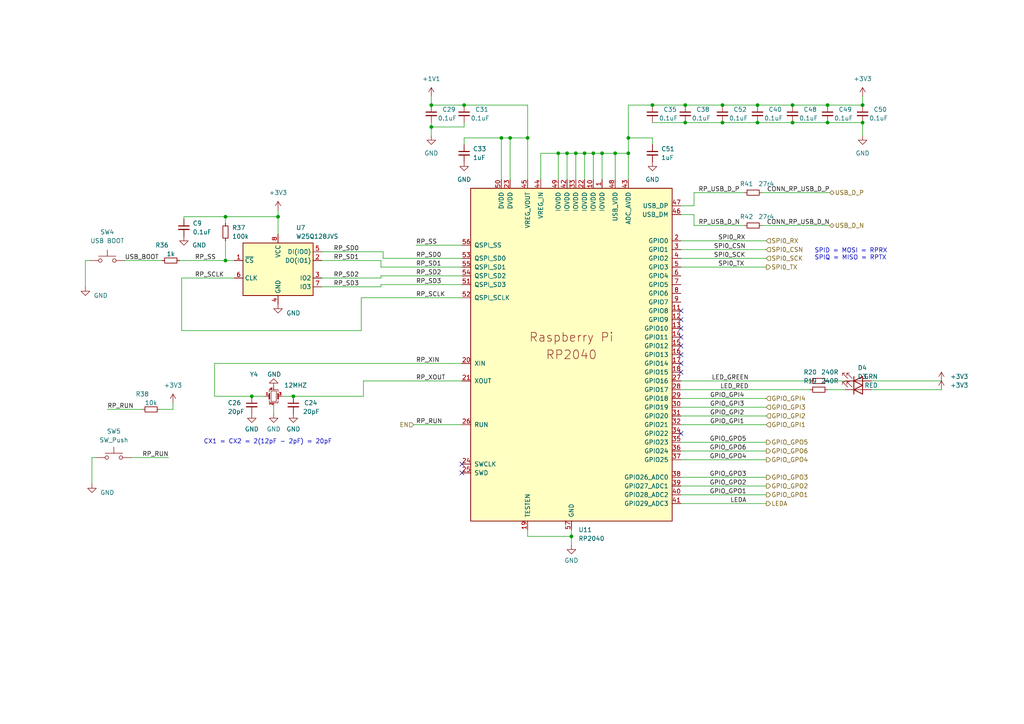
<source format=kicad_sch>
(kicad_sch (version 20211123) (generator eeschema)
  (paper "A4")
  (title_block (title "CAN RGB Controller") (date "2022-05-30") (rev "B") (company "cone.codes") (comment 1 "https://github.com/miata-bot/can-link"))
  (lib_symbols
    (symbol "ConeCodes:RP2040" (pin_names (offset 1.016))
      (property "Reference" "U11" (at 2.0194 -50.8 0))
      (property "Value" "RP2040" (at 2.0194 -53.34 0))
      (symbol "RP2040_0_0"
        (text "Raspberry Pi" (at 0 5.08 0) (effects (font (size 2.54 2.54))))
        (text "RP2040" (at 0 0 0) (effects (font (size 2.54 2.54))))
      )
      (symbol "RP2040_0_1"
        (rectangle (start 29.21 48.26) (end -29.21 -48.26) (stroke (width 0.254)) (fill (type background)))
      )
      (symbol "RP2040_1_1"
        (pin power_in line (at 8.89 50.8 270) (length 2.54) (name "IOVDD") (number "1"))
        (pin power_in line (at 6.35 50.8 270) (length 2.54) (name "IOVDD") (number "10"))
        (pin bidirectional line (at 31.75 12.7 180) (length 2.54) (name "GPIO8") (number "11"))
        (pin bidirectional line (at 31.75 10.16 180) (length 2.54) (name "GPIO9") (number "12"))
        (pin bidirectional line (at 31.75 7.62 180) (length 2.54) (name "GPIO10") (number "13"))
        (pin bidirectional line (at 31.75 5.08 180) (length 2.54) (name "GPIO11") (number "14"))
        (pin bidirectional line (at 31.75 2.54 180) (length 2.54) (name "GPIO12") (number "15"))
        (pin bidirectional line (at 31.75 0 180) (length 2.54) (name "GPIO13") (number "16"))
        (pin bidirectional line (at 31.75 -2.54 180) (length 2.54) (name "GPIO14") (number "17"))
        (pin bidirectional line (at 31.75 -5.08 180) (length 2.54) (name "GPIO15") (number "18"))
        (pin passive line (at -12.7 -50.8 90) (length 2.54) (name "TESTEN") (number "19"))
        (pin bidirectional line (at 31.75 33.02 180) (length 2.54) (name "GPIO0") (number "2"))
        (pin input line (at -31.75 -2.54 0) (length 2.54) (name "XIN") (number "20"))
        (pin passive line (at -31.75 -7.62 0) (length 2.54) (name "XOUT") (number "21"))
        (pin power_in line (at 3.81 50.8 270) (length 2.54) (name "IOVDD") (number "22"))
        (pin power_in line (at -17.78 50.8 270) (length 2.54) (name "DVDD") (number "23"))
        (pin output line (at -31.75 -31.75 0) (length 2.54) (name "SWCLK") (number "24"))
        (pin bidirectional line (at -31.75 -34.29 0) (length 2.54) (name "SWD") (number "25"))
        (pin input line (at -31.75 -20.32 0) (length 2.54) (name "RUN") (number "26"))
        (pin bidirectional line (at 31.75 -7.62 180) (length 2.54) (name "GPIO16") (number "27"))
        (pin bidirectional line (at 31.75 -10.16 180) (length 2.54) (name "GPIO17") (number "28"))
        (pin bidirectional line (at 31.75 -12.7 180) (length 2.54) (name "GPIO18") (number "29"))
        (pin bidirectional line (at 31.75 30.48 180) (length 2.54) (name "GPIO1") (number "3"))
        (pin bidirectional line (at 31.75 -15.24 180) (length 2.54) (name "GPIO19") (number "30"))
        (pin bidirectional line (at 31.75 -17.78 180) (length 2.54) (name "GPIO20") (number "31"))
        (pin bidirectional line (at 31.75 -20.32 180) (length 2.54) (name "GPIO21") (number "32"))
        (pin power_in line (at 1.27 50.8 270) (length 2.54) (name "IOVDD") (number "33"))
        (pin bidirectional line (at 31.75 -22.86 180) (length 2.54) (name "GPIO22") (number "34"))
        (pin bidirectional line (at 31.75 -25.4 180) (length 2.54) (name "GPIO23") (number "35"))
        (pin bidirectional line (at 31.75 -27.94 180) (length 2.54) (name "GPIO24") (number "36"))
        (pin bidirectional line (at 31.75 -30.48 180) (length 2.54) (name "GPIO25") (number "37"))
        (pin bidirectional line (at 31.75 -35.56 180) (length 2.54) (name "GPIO26_ADC0") (number "38"))
        (pin bidirectional line (at 31.75 -38.1 180) (length 2.54) (name "GPIO27_ADC1") (number "39"))
        (pin bidirectional line (at 31.75 27.94 180) (length 2.54) (name "GPIO2") (number "4"))
        (pin bidirectional line (at 31.75 -40.64 180) (length 2.54) (name "GPIO28_ADC2") (number "40"))
        (pin bidirectional line (at 31.75 -43.18 180) (length 2.54) (name "GPIO29_ADC3") (number "41"))
        (pin power_in line (at -1.27 50.8 270) (length 2.54) (name "IOVDD") (number "42"))
        (pin power_in line (at 16.51 50.8 270) (length 2.54) (name "ADC_AVDD") (number "43"))
        (pin power_in line (at -8.89 50.8 270) (length 2.54) (name "VREG_IN") (number "44"))
        (pin power_out line (at -12.7 50.8 270) (length 2.54) (name "VREG_VOUT") (number "45"))
        (pin bidirectional line (at 31.75 40.64 180) (length 2.54) (name "USB_DM") (number "46"))
        (pin bidirectional line (at 31.75 43.18 180) (length 2.54) (name "USB_DP") (number "47"))
        (pin power_in line (at 12.7 50.8 270) (length 2.54) (name "USB_VDD") (number "48"))
        (pin power_in line (at -3.81 50.8 270) (length 2.54) (name "IOVDD") (number "49"))
        (pin bidirectional line (at 31.75 25.4 180) (length 2.54) (name "GPIO3") (number "5"))
        (pin power_in line (at -20.32 50.8 270) (length 2.54) (name "DVDD") (number "50"))
        (pin bidirectional line (at -31.75 20.32 0) (length 2.54) (name "QSPI_SD3") (number "51"))
        (pin output line (at -31.75 16.51 0) (length 2.54) (name "QSPI_SCLK") (number "52"))
        (pin bidirectional line (at -31.75 27.94 0) (length 2.54) (name "QSPI_SD0") (number "53"))
        (pin bidirectional line (at -31.75 22.86 0) (length 2.54) (name "QSPI_SD2") (number "54"))
        (pin bidirectional line (at -31.75 25.4 0) (length 2.54) (name "QSPI_SD1") (number "55"))
        (pin bidirectional line (at -31.75 31.75 0) (length 2.54) (name "QSPI_SS") (number "56"))
        (pin power_in line (at 0 -50.8 90) (length 2.54) (name "GND") (number "57"))
        (pin bidirectional line (at 31.75 22.86 180) (length 2.54) (name "GPIO4") (number "6"))
        (pin bidirectional line (at 31.75 20.32 180) (length 2.54) (name "GPIO5") (number "7"))
        (pin bidirectional line (at 31.75 17.78 180) (length 2.54) (name "GPIO6") (number "8"))
        (pin bidirectional line (at 31.75 15.24 180) (length 2.54) (name "GPIO7") (number "9"))
      )
    )
    (symbol "Device:C_Small" (pin_numbers hide) (pin_names (offset 0.254) hide)
      (property "Reference" "C" (at 0.254 1.778 0))
      (property "Value" "C_Small" (at 0.254 -2.032 0))
      (symbol "C_Small_0_1"
        (polyline (pts (xy -1.524 -0.508) (xy 1.524 -0.508)) (stroke (width 0.3302)))
        (polyline (pts (xy -1.524 0.508) (xy 1.524 0.508)) (stroke (width 0.3048)))
      )
      (symbol "C_Small_1_1"
        (pin passive line (at 0 2.54 270) (length 2.032) (name "~") (number "1"))
        (pin passive line (at 0 -2.54 90) (length 2.032) (name "~") (number "2"))
      )
    )
    (symbol "Device:Crystal_GND24_Small" (pin_names (offset 1.016) hide)
      (property "Reference" "Y" (at 1.27 4.445 0))
      (property "Value" "Crystal_GND24_Small" (at 1.27 2.54 0))
      (symbol "Crystal_GND24_Small_0_1"
        (rectangle (start -0.762 -1.524) (end 0.762 1.524))
        (polyline (pts (xy -1.27 -0.762) (xy -1.27 0.762)) (stroke (width 0.381)))
        (polyline (pts (xy 1.27 -0.762) (xy 1.27 0.762)) (stroke (width 0.381)))
        (polyline (pts (xy -1.27 -1.27) (xy -1.27 -1.905) (xy 1.27 -1.905) (xy 1.27 -1.27)))
        (polyline (pts (xy -1.27 1.27) (xy -1.27 1.905) (xy 1.27 1.905) (xy 1.27 1.27)))
      )
      (symbol "Crystal_GND24_Small_1_1"
        (pin passive line (at -2.54 0 0) (length 1.27) (name "1") (number "1"))
        (pin passive line (at 0 -2.54 90) (length 0.635) (name "2") (number "2"))
        (pin passive line (at 2.54 0 180) (length 1.27) (name "3") (number "3"))
        (pin passive line (at 0 2.54 270) (length 0.635) (name "4") (number "4"))
      )
    )
    (symbol "Device:LED" (pin_numbers hide) (pin_names (offset 1.016) hide)
      (property "Reference" "D" (at 0 2.54 0))
      (property "Value" "LED" (at 0 -2.54 0))
      (symbol "LED_0_1"
        (polyline (pts (xy -1.27 -1.27) (xy -1.27 1.27)) (stroke (width 0.254)))
        (polyline (pts (xy -1.27 0) (xy 1.27 0)))
        (polyline (pts (xy 1.27 -1.27) (xy 1.27 1.27) (xy -1.27 0) (xy 1.27 -1.27)) (stroke (width 0.254)))
        (polyline (pts (xy -3.048 -0.762) (xy -4.572 -2.286) (xy -3.81 -2.286) (xy -4.572 -2.286) (xy -4.572 -1.524)))
        (polyline (pts (xy -1.778 -0.762) (xy -3.302 -2.286) (xy -2.54 -2.286) (xy -3.302 -2.286) (xy -3.302 -1.524)))
      )
      (symbol "LED_1_1"
        (pin passive line (at -3.81 0 0) (length 2.54) (name "K") (number "1"))
        (pin passive line (at 3.81 0 180) (length 2.54) (name "A") (number "2"))
      )
    )
    (symbol "Device:R_Small" (pin_numbers hide) (pin_names (offset 0.254) hide)
      (property "Reference" "R" (at 0.762 0.508 0))
      (property "Value" "R_Small" (at 0.762 -1.016 0))
      (symbol "R_Small_0_1"
        (rectangle (start -0.762 1.778) (end 0.762 -1.778) (stroke (width 0.2032)))
      )
      (symbol "R_Small_1_1"
        (pin passive line (at 0 2.54 270) (length 0.762) (name "~") (number "1"))
        (pin passive line (at 0 -2.54 90) (length 0.762) (name "~") (number "2"))
      )
    )
    (symbol "Memory_Flash:W25Q128JVS"
      (property "Reference" "U" (at -8.89 8.89 0))
      (property "Value" "W25Q128JVS" (at 7.62 8.89 0))
      (symbol "W25Q128JVS_0_1"
        (rectangle (start -10.16 7.62) (end 10.16 -7.62) (stroke (width 0.254)) (fill (type background)))
      )
      (symbol "W25Q128JVS_1_1"
        (pin input line (at -12.7 2.54 0) (length 2.54) (name "~{CS}") (number "1"))
        (pin bidirectional line (at 12.7 2.54 180) (length 2.54) (name "DO(IO1)") (number "2"))
        (pin bidirectional line (at 12.7 -2.54 180) (length 2.54) (name "IO2") (number "3"))
        (pin power_in line (at 0 -10.16 90) (length 2.54) (name "GND") (number "4"))
        (pin bidirectional line (at 12.7 5.08 180) (length 2.54) (name "DI(IO0)") (number "5"))
        (pin input line (at -12.7 -2.54 0) (length 2.54) (name "CLK") (number "6"))
        (pin bidirectional line (at 12.7 -5.08 180) (length 2.54) (name "IO3") (number "7"))
        (pin power_in line (at 0 10.16 270) (length 2.54) (name "VCC") (number "8"))
      )
    )
    (symbol "Switch:SW_Push" (pin_numbers hide) (pin_names (offset 1.016) hide)
      (property "Reference" "SW" (at 1.27 2.54 0))
      (property "Value" "SW_Push" (at 0 -1.524 0))
      (symbol "SW_Push_0_1"
        (circle (center -2.032 0) (radius 0.508))
        (polyline (pts (xy 0 1.27) (xy 0 3.048)))
        (polyline (pts (xy 2.54 1.27) (xy -2.54 1.27)))
        (circle (center 2.032 0) (radius 0.508))
        (pin passive line (at -5.08 0 0) (length 2.54) (name "1") (number "1"))
        (pin passive line (at 5.08 0 180) (length 2.54) (name "2") (number "2"))
      )
    )
    (symbol "power:+1V1" (power) (pin_names (offset 0))
      (property "Value" "+1V1" (at 0 3.556 0))
      (symbol "+1V1_0_1"
        (polyline (pts (xy -0.762 1.27) (xy 0 2.54)))
        (polyline (pts (xy 0 0) (xy 0 2.54)))
        (polyline (pts (xy 0 2.54) (xy 0.762 1.27)))
      )
      (symbol "+1V1_1_1"
        (pin power_in line (at 0 0 90) (length 0) hide (name "+1V1") (number "1"))
      )
    )
    (symbol "power:+3V3" (power) (pin_names (offset 0))
      (property "Value" "+3V3" (at 0 3.556 0))
      (symbol "+3V3_0_1"
        (polyline (pts (xy -0.762 1.27) (xy 0 2.54)))
        (polyline (pts (xy 0 0) (xy 0 2.54)))
        (polyline (pts (xy 0 2.54) (xy 0.762 1.27)))
      )
      (symbol "+3V3_1_1"
        (pin power_in line (at 0 0 90) (length 0) hide (name "+3V3") (number "1"))
      )
    )
    (symbol "power:GND" (power) (pin_names (offset 0))
      (property "Value" "GND" (at 0 -3.81 0))
      (symbol "GND_0_1"
        (polyline (pts (xy 0 0) (xy 0 -1.27) (xy 1.27 -1.27) (xy 0 -2.54) (xy -1.27 -1.27) (xy 0 -1.27)))
      )
      (symbol "GND_1_1"
        (pin power_in line (at 0 0 270) (length 0) hide (name "GND") (number "1"))
      )
    )
  )
  (junction (at 169.545 44.45))
  (junction (at 153.035 40.005))
  (junction (at 80.645 62.865))
  (junction (at 240.03 35.56))
  (junction (at 229.87 30.48))
  (junction (at 240.03 30.48))
  (junction (at 165.735 155.575))
  (junction (at 209.55 35.56))
  (junction (at 198.755 35.56))
  (junction (at 145.415 40.005))
  (junction (at 250.19 35.56))
  (junction (at 172.085 44.45))
  (junction (at 198.755 30.48))
  (junction (at 134.62 30.48))
  (junction (at 65.405 75.565))
  (junction (at 73.025 114.935))
  (junction (at 250.19 30.48))
  (junction (at 161.925 44.45))
  (junction (at 65.405 62.865))
  (junction (at 174.625 44.45))
  (junction (at 164.465 44.45))
  (junction (at 182.245 44.45))
  (junction (at 125.095 36.83))
  (junction (at 147.955 40.005))
  (junction (at 189.23 30.48))
  (junction (at 229.87 35.56))
  (junction (at 167.005 44.45))
  (junction (at 219.71 35.56))
  (junction (at 85.09 114.935))
  (junction (at 219.71 30.48))
  (junction (at 178.435 44.45))
  (junction (at 209.55 30.48))
  (junction (at 125.095 30.48))
  (junction (at 182.245 40.005))
  (no_connect (at 197.485 107.95))
  (no_connect (at 197.485 105.41))
  (no_connect (at 197.485 95.25))
  (no_connect (at 197.485 102.87))
  (no_connect (at 197.485 92.71))
  (no_connect (at 197.485 97.79))
  (no_connect (at 133.985 134.62))
  (no_connect (at 133.985 137.16))
  (no_connect (at 197.485 100.33))
  (no_connect (at 197.485 90.17))
  (no_connect (at 197.485 125.73))
  (wire (pts (xy 65.405 62.865) (xy 65.405 64.77)))
  (wire (pts (xy 197.485 74.93) (xy 222.25 74.93)))
  (wire (pts (xy 250.19 35.56) (xy 250.19 39.37)))
  (wire (pts (xy 273.05 113.03) (xy 252.73 113.03)))
  (wire (pts (xy 165.735 155.575) (xy 165.735 158.115)))
  (wire (pts (xy 134.62 41.91) (xy 134.62 40.005)))
  (wire (pts (xy 164.465 44.45) (xy 167.005 44.45)))
  (wire (pts (xy 189.23 35.56) (xy 198.755 35.56)))
  (wire (pts (xy 209.55 30.48) (xy 219.71 30.48)))
  (wire (pts (xy 50.165 116.84) (xy 50.165 118.745)))
  (wire (pts (xy 189.23 40.005) (xy 189.23 41.91)))
  (wire (pts (xy 93.345 73.025) (xy 111.125 73.025)))
  (wire (pts (xy 125.095 35.56) (xy 125.095 36.83)))
  (wire (pts (xy 125.095 36.83) (xy 125.095 39.37)))
  (wire (pts (xy 62.23 114.935) (xy 73.025 114.935)))
  (wire (pts (xy 197.485 133.35) (xy 222.25 133.35)))
  (wire (pts (xy 147.955 40.005) (xy 147.955 52.07)))
  (wire (pts (xy 240.03 35.56) (xy 250.19 35.56)))
  (wire (pts (xy 201.295 55.88) (xy 215.9 55.88)))
  (wire (pts (xy 201.295 65.405) (xy 215.9 65.405)))
  (wire (pts (xy 31.115 118.745) (xy 41.275 118.745)))
  (wire (pts (xy 182.245 44.45) (xy 182.245 52.07)))
  (wire (pts (xy 197.485 128.27) (xy 222.25 128.27)))
  (wire (pts (xy 197.485 140.97) (xy 222.25 140.97)))
  (wire (pts (xy 197.485 118.11) (xy 222.25 118.11)))
  (wire (pts (xy 197.485 120.65) (xy 222.25 120.65)))
  (wire (pts (xy 26.67 132.715) (xy 27.94 132.715)))
  (wire (pts (xy 197.485 146.05) (xy 222.25 146.05)))
  (wire (pts (xy 161.925 44.45) (xy 164.465 44.45)))
  (wire (pts (xy 153.035 40.005) (xy 153.035 30.48)))
  (wire (pts (xy 161.925 44.45) (xy 161.925 52.07)))
  (wire (pts (xy 125.095 27.94) (xy 125.095 30.48)))
  (wire (pts (xy 153.035 155.575) (xy 165.735 155.575)))
  (wire (pts (xy 189.23 30.48) (xy 182.245 30.48)))
  (wire (pts (xy 105.41 114.935) (xy 105.41 110.49)))
  (wire (pts (xy 174.625 44.45) (xy 174.625 52.07)))
  (wire (pts (xy 125.095 36.83) (xy 134.62 36.83)))
  (wire (pts (xy 110.49 80.01) (xy 133.985 80.01)))
  (wire (pts (xy 197.485 69.85) (xy 222.25 69.85)))
  (wire (pts (xy 104.775 86.36) (xy 133.985 86.36)))
  (wire (pts (xy 93.345 75.565) (xy 110.49 75.565)))
  (wire (pts (xy 164.465 44.45) (xy 164.465 52.07)))
  (wire (pts (xy 197.485 130.81) (xy 222.25 130.81)))
  (wire (pts (xy 201.295 59.69) (xy 201.295 55.88)))
  (wire (pts (xy 52.705 80.645) (xy 67.945 80.645)))
  (wire (pts (xy 50.165 118.745) (xy 46.355 118.745)))
  (wire (pts (xy 26.67 140.335) (xy 26.67 132.715)))
  (wire (pts (xy 197.485 59.69) (xy 201.295 59.69)))
  (wire (pts (xy 197.485 72.39) (xy 222.25 72.39)))
  (wire (pts (xy 156.845 52.07) (xy 156.845 44.45)))
  (wire (pts (xy 79.375 120.015) (xy 79.375 117.475)))
  (wire (pts (xy 198.755 35.56) (xy 209.55 35.56)))
  (wire (pts (xy 197.485 138.43) (xy 222.25 138.43)))
  (wire (pts (xy 182.245 40.005) (xy 189.23 40.005)))
  (wire (pts (xy 65.405 75.565) (xy 67.945 75.565)))
  (wire (pts (xy 153.035 52.07) (xy 153.035 40.005)))
  (wire (pts (xy 110.49 82.55) (xy 133.985 82.55)))
  (wire (pts (xy 273.05 110.49) (xy 252.73 110.49)))
  (wire (pts (xy 134.62 36.83) (xy 134.62 35.56)))
  (wire (pts (xy 153.035 30.48) (xy 134.62 30.48)))
  (wire (pts (xy 80.645 62.865) (xy 80.645 67.945)))
  (wire (pts (xy 250.19 27.94) (xy 250.19 30.48)))
  (wire (pts (xy 53.34 63.5) (xy 53.34 62.865)))
  (wire (pts (xy 145.415 40.005) (xy 145.415 52.07)))
  (wire (pts (xy 209.55 35.56) (xy 219.71 35.56)))
  (wire (pts (xy 182.245 30.48) (xy 182.245 40.005)))
  (wire (pts (xy 104.775 95.885) (xy 104.775 86.36)))
  (wire (pts (xy 197.485 113.03) (xy 234.95 113.03)))
  (wire (pts (xy 219.71 35.56) (xy 229.87 35.56)))
  (wire (pts (xy 80.645 60.96) (xy 80.645 62.865)))
  (wire (pts (xy 111.125 74.93) (xy 111.125 73.025)))
  (wire (pts (xy 110.49 83.185) (xy 110.49 82.55)))
  (wire (pts (xy 24.765 75.565) (xy 26.035 75.565)))
  (wire (pts (xy 52.07 75.565) (xy 65.405 75.565)))
  (wire (pts (xy 85.09 114.935) (xy 81.915 114.935)))
  (wire (pts (xy 111.125 74.93) (xy 133.985 74.93)))
  (wire (pts (xy 145.415 40.005) (xy 147.955 40.005)))
  (wire (pts (xy 229.87 30.48) (xy 240.03 30.48)))
  (wire (pts (xy 62.23 105.41) (xy 133.985 105.41)))
  (wire (pts (xy 156.845 44.45) (xy 161.925 44.45)))
  (wire (pts (xy 220.98 55.88) (xy 240.665 55.88)))
  (wire (pts (xy 172.085 44.45) (xy 174.625 44.45)))
  (wire (pts (xy 65.405 62.865) (xy 80.645 62.865)))
  (wire (pts (xy 167.005 44.45) (xy 169.545 44.45)))
  (wire (pts (xy 93.345 80.645) (xy 110.49 80.645)))
  (wire (pts (xy 62.23 105.41) (xy 62.23 114.935)))
  (wire (pts (xy 201.295 62.23) (xy 201.295 65.405)))
  (wire (pts (xy 134.62 30.48) (xy 125.095 30.48)))
  (wire (pts (xy 240.03 30.48) (xy 250.19 30.48)))
  (wire (pts (xy 147.955 40.005) (xy 153.035 40.005)))
  (wire (pts (xy 178.435 44.45) (xy 182.245 44.45)))
  (wire (pts (xy 73.025 114.935) (xy 76.835 114.935)))
  (wire (pts (xy 240.03 113.03) (xy 245.11 113.03)))
  (wire (pts (xy 169.545 44.45) (xy 172.085 44.45)))
  (wire (pts (xy 85.09 114.935) (xy 105.41 114.935)))
  (wire (pts (xy 110.49 80.01) (xy 110.49 80.645)))
  (wire (pts (xy 172.085 44.45) (xy 172.085 52.07)))
  (wire (pts (xy 134.62 40.005) (xy 145.415 40.005)))
  (wire (pts (xy 182.245 40.005) (xy 182.245 44.45)))
  (wire (pts (xy 167.005 44.45) (xy 167.005 52.07)))
  (wire (pts (xy 105.41 110.49) (xy 133.985 110.49)))
  (wire (pts (xy 120.65 71.12) (xy 133.985 71.12)))
  (wire (pts (xy 197.485 110.49) (xy 234.95 110.49)))
  (wire (pts (xy 110.49 77.47) (xy 110.49 75.565)))
  (wire (pts (xy 93.345 83.185) (xy 110.49 83.185)))
  (wire (pts (xy 229.87 35.56) (xy 240.03 35.56)))
  (wire (pts (xy 24.765 83.185) (xy 24.765 75.565)))
  (wire (pts (xy 52.705 95.885) (xy 104.775 95.885)))
  (wire (pts (xy 169.545 44.45) (xy 169.545 52.07)))
  (wire (pts (xy 240.03 110.49) (xy 245.11 110.49)))
  (wire (pts (xy 53.34 62.865) (xy 65.405 62.865)))
  (wire (pts (xy 197.485 77.47) (xy 222.25 77.47)))
  (wire (pts (xy 174.625 44.45) (xy 178.435 44.45)))
  (wire (pts (xy 220.98 65.405) (xy 240.665 65.405)))
  (wire (pts (xy 197.485 62.23) (xy 201.295 62.23)))
  (wire (pts (xy 197.485 123.19) (xy 222.25 123.19)))
  (wire (pts (xy 165.735 153.67) (xy 165.735 155.575)))
  (wire (pts (xy 198.755 30.48) (xy 209.55 30.48)))
  (wire (pts (xy 120.015 123.19) (xy 133.985 123.19)))
  (wire (pts (xy 219.71 30.48) (xy 229.87 30.48)))
  (wire (pts (xy 52.705 80.645) (xy 52.705 95.885)))
  (wire (pts (xy 189.23 30.48) (xy 198.755 30.48)))
  (wire (pts (xy 197.485 115.57) (xy 222.25 115.57)))
  (wire (pts (xy 197.485 143.51) (xy 222.25 143.51)))
  (wire (pts (xy 178.435 44.45) (xy 178.435 52.07)))
  (wire (pts (xy 110.49 77.47) (xy 133.985 77.47)))
  (wire (pts (xy 36.195 75.565) (xy 46.99 75.565)))
  (wire (pts (xy 38.1 132.715) (xy 48.895 132.715)))
  (wire (pts (xy 153.035 153.67) (xy 153.035 155.575)))
  (wire (pts (xy 65.405 69.85) (xy 65.405 75.565)))
  (text "SPID = MOSI = RPRX\nSPIQ = MISO = RPTX" (at 236.22 75.565 0) (effects (font (size 1.27 1.27)) (justify left bottom)))
  (text "CX1 = CX2 = 2(12pF - 2pF) = 20pF" (at 59.055 128.905 0) (effects (font (size 1.27 1.27)) (justify left bottom)))
  (label "GPIO_GPI4" (at 215.9 115.57 180))
  (label "RP_SD1" (at 104.14 75.565 180))
  (label "LEDA" (at 216.535 146.05 180))
  (label "RP_SD3" (at 104.14 83.185 180))
  (label "RP_SD2" (at 120.65 80.01 0))
  (label "GPIO_GPO5" (at 216.535 128.27 180))
  (label "RP_RUN" (at 31.115 118.745 0))
  (label "RP_USB_D_N" (at 202.565 65.405 0))
  (label "RP_SCLK" (at 56.515 80.645 0))
  (label "RP_SD2" (at 104.14 80.645 180))
  (label "GPIO_GPO1" (at 216.535 143.51 180))
  (label "RP_SCLK" (at 120.65 86.36 0))
  (label "CONN_RP_USB_D_P" (at 240.665 55.88 180))
  (label "RP_USB_D_P" (at 202.565 55.88 0))
  (label "RP_SD0" (at 104.14 73.025 180))
  (label "SPI0_RX" (at 208.28 69.85 0))
  (label "GPIO_GPO6" (at 216.535 130.81 180))
  (label "RP_SS" (at 56.515 75.565 0))
  (label "SPI0_SCK" (at 207.01 74.93 0))
  (label "RP_SD3" (at 120.65 82.55 0))
  (label "RP_XIN" (at 120.65 105.41 0))
  (label "GPIO_GPI2" (at 215.9 120.65 180))
  (label "LED_RED" (at 217.17 113.03 180))
  (label "CONN_RP_USB_D_N" (at 240.665 65.405 180))
  (label "RP_SD0" (at 120.65 74.93 0))
  (label "GPIO_GPO2" (at 216.535 140.97 180))
  (label "LED_GREEN" (at 217.17 110.49 180))
  (label "RP_RUN" (at 120.65 123.19 0))
  (label "GPIO_GPO4" (at 216.535 133.35 180))
  (label "RP_SS" (at 120.65 71.12 0))
  (label "GPIO_GPO3" (at 216.535 138.43 180))
  (label "RP_SD1" (at 120.65 77.47 0))
  (label "RP_RUN" (at 48.895 132.715 180))
  (label "GPIO_GPI1" (at 215.9 123.19 180))
  (label "RP_XOUT" (at 120.65 110.49 0))
  (label "SPI0_CSN" (at 207.01 72.39 0))
  (label "SPI0_TX" (at 215.9 77.47 180))
  (label "USB_BOOT" (at 36.195 75.565 0))
  (label "GPIO_GPI3" (at 215.9 118.11 180))
  (hierarchical_label "GPIO_GPI4" (shape input) (at 222.25 115.57 0))
  (hierarchical_label "LEDA" (shape output) (at 222.25 146.05 0))
  (hierarchical_label "GPIO_GPO5" (shape output) (at 222.25 128.27 0))
  (hierarchical_label "USB_D_N" (shape bidirectional) (at 240.665 65.405 0))
  (hierarchical_label "GPIO_GPI2" (shape input) (at 222.25 120.65 0))
  (hierarchical_label "GPIO_GPO4" (shape output) (at 222.25 133.35 0))
  (hierarchical_label "SPI0_SCK" (shape input) (at 222.25 74.93 0))
  (hierarchical_label "GPIO_GPO3" (shape output) (at 222.25 138.43 0))
  (hierarchical_label "GPIO_GPO1" (shape output) (at 222.25 143.51 0))
  (hierarchical_label "SPI0_CSN" (shape input) (at 222.25 72.39 0))
  (hierarchical_label "EN" (shape input) (at 120.015 123.19 180))
  (hierarchical_label "GPIO_GPO6" (shape output) (at 222.25 130.81 0))
  (hierarchical_label "SPI0_TX" (shape output) (at 222.25 77.47 0))
  (hierarchical_label "USB_D_P" (shape bidirectional) (at 240.665 55.88 0))
  (hierarchical_label "SPI0_RX" (shape input) (at 222.25 69.85 0))
  (hierarchical_label "GPIO_GPO2" (shape output) (at 222.25 140.97 0))
  (hierarchical_label "GPIO_GPI1" (shape input) (at 222.25 123.19 0))
  (hierarchical_label "GPIO_GPI3" (shape input) (at 222.25 118.11 0))
  (symbol (lib_id "power:GND") (at 80.645 88.265 0) (unit 1)
    (property "Reference" "#PWR0129" (effects hide))
    (property "Value" "GND" (at 85.09 90.805 0))
  )
  (symbol (lib_id "Device:C_Small") (at 209.55 33.02 0) (unit 1)
    (property "Reference" "C52" (at 212.725 31.7562 0) (effects (justify left)))
    (property "Value" "0.1uF" (at 211.455 34.2962 0) (effects (justify left)))
    (property "Footprint" "Capacitor_SMD:C_0402_1005Metric" (effects hide))
    (property "Description" "CAP CER 0.1UF 25V X7R" (effects hide))
    (property "MPN" "C0805C104M3RAC7800" (effects hide))
  )
  (symbol (lib_id "Device:R_Small") (at 65.405 67.31 0) (unit 1)
    (property "Reference" "R37" (at 67.31 66.0399 0) (effects (justify left)))
    (property "Value" "100k" (at 67.31 68.5799 0) (effects (justify left)))
    (property "Footprint" "Resistor_SMD:R_0402_1005Metric" (effects hide))
    (property "Description" "RES 100K OHM 0.5% 1/16W 0402" (effects hide))
    (property "MPN" "RNCF0402DTE100K" (effects hide))
  )
  (symbol (lib_id "Memory_Flash:W25Q128JVS") (at 80.645 78.105 0) (unit 1)
    (property "Reference" "U7" (at 85.8394 66.04 0) (effects (justify left)))
    (property "Value" "W25Q128JVS" (at 85.8394 68.58 0) (effects (justify left)))
    (property "Footprint" "Package_SO:SOIC-8W_5.3x5.3mm_P1.27mm" (effects hide))
    (property "Datasheet" "http://www.winbond.com/resource-files/w25q128jv_dtr%20revc%2003272018%20plus.pdf" (effects hide))
    (property "MPN" "W25Q128JVS" (effects hide))
    (property "Description" "NOR Flash spiFlash, 3V, 128M-bit, 4Kb Uniform Sector, DTR" (effects hide))
    (property "LCSC" "C113767" (effects hide))
  )
  (symbol (lib_id "Device:C_Small") (at 134.62 44.45 0) (unit 1)
    (property "Reference" "C33" (at 137.16 43.1862 0) (effects (justify left)))
    (property "Value" "1uF" (at 137.16 45.7262 0) (effects (justify left)))
    (property "Footprint" "Capacitor_SMD:C_0402_1005Metric" (effects hide))
    (property "Description" "CAP CER 1UF 4V X7T 0402" (effects hide))
    (property "MPN" "CGA2B1X7T0G105M050BC" (effects hide))
  )
  (symbol (lib_id "Device:C_Small") (at 73.025 117.475 0) (unit 1)
    (property "Reference" "C26" (at 66.04 116.8462 0) (effects (justify left)))
    (property "Value" "20pF" (at 66.04 119.3862 0) (effects (justify left)))
    (property "Footprint" "Capacitor_SMD:C_0402_1005Metric" (effects hide))
    (property "Description" "CAP CER 20PF 50V C0G 0402" (effects hide))
    (property "MPN" "CL05C200GB51PNC" (effects hide))
  )
  (symbol (lib_id "power:GND") (at 165.735 158.115 0) (unit 1)
    (property "Reference" "#PWR0111" (effects hide))
    (property "Value" "GND" (at 165.735 162.56 0))
  )
  (symbol (lib_id "Device:C_Small") (at 250.19 33.02 0) (unit 1)
    (property "Reference" "C50" (at 253.365 31.7562 0) (effects (justify left)))
    (property "Value" "0.1uF" (at 252.095 34.2962 0) (effects (justify left)))
    (property "Footprint" "Capacitor_SMD:C_0402_1005Metric" (effects hide))
    (property "Description" "CAP CER 0.1UF 25V X7R" (effects hide))
    (property "MPN" "C0805C104M3RAC7800" (effects hide))
  )
  (symbol (lib_id "Device:C_Small") (at 189.23 44.45 0) (unit 1)
    (property "Reference" "C51" (at 191.77 43.1862 0) (effects (justify left)))
    (property "Value" "1uF" (at 191.77 45.7262 0) (effects (justify left)))
    (property "Footprint" "Capacitor_SMD:C_0402_1005Metric" (effects hide))
    (property "Description" "CAP CER 1UF 4V X7T 0402" (effects hide))
    (property "MPN" "CGA2B1X7T0G105M050BC" (effects hide))
  )
  (symbol (lib_id "Device:LED") (at 248.92 113.03 0) (mirror x) (unit 1)
    (property "Reference" "D3" (at 251.46 109.22 0) (effects (justify right)))
    (property "Value" "RED" (at 254.635 111.76 0) (effects (justify right)))
    (property "Footprint" "LED_SMD:LED_0603_1608Metric" (effects hide))
    (property "MPN" "QBLP601-R35" (effects hide))
    (property "Description" "LED RED CLEAR 0603 SMD" (effects hide))
  )
  (symbol (lib_id "Device:LED") (at 248.92 110.49 0) (mirror x) (unit 1)
    (property "Reference" "D4" (at 251.46 106.68 0) (effects (justify right)))
    (property "Value" "GRN" (at 254.635 109.22 0) (effects (justify right)))
    (property "Footprint" "LED_SMD:LED_0603_1608Metric" (effects hide))
    (property "MPN" "QBLP601-2IR4" (effects hide))
    (property "Description" "LED GREEN CLEAR 0603 SMD" (effects hide))
  )
  (symbol (lib_id "power:+3V3") (at 273.05 113.03 0) (unit 1)
    (property "Reference" "#PWR0107" (effects hide))
    (property "Value" "+3V3" (at 275.59 111.7599 0) (effects (justify left)))
  )
  (symbol (lib_id "power:GND") (at 189.23 46.99 0) (unit 1)
    (property "Reference" "#PWR0110" (effects hide))
    (property "Value" "GND" (at 189.23 52.07 0))
  )
  (symbol (lib_id "power:GND") (at 24.765 83.185 0) (unit 1)
    (property "Reference" "#PWR0159" (effects hide))
    (property "Value" "GND" (at 29.21 85.725 0))
  )
  (symbol (lib_id "Device:R_Small") (at 43.815 118.745 270) (unit 1)
    (property "Reference" "R38" (at 41.275 114.3 90))
    (property "Value" "10k" (at 43.815 116.84 90))
    (property "Footprint" "Resistor_SMD:R_0402_1005Metric" (effects hide))
    (property "Description" "RES 10K OHM 5% 1/16W 0402" (effects hide))
    (property "MPN" "RMCF0402JT10K0" (effects hide))
  )
  (symbol (lib_id "power:GND") (at 125.095 39.37 0) (unit 1)
    (property "Reference" "#PWR0118" (effects hide))
    (property "Value" "GND" (at 125.095 44.45 0))
  )
  (symbol (lib_id "power:+3V3") (at 50.165 116.84 0) (unit 1)
    (property "Reference" "#PWR0158" (effects hide))
    (property "Value" "+3V3" (at 50.165 111.76 0))
  )
  (symbol (lib_id "power:GND") (at 250.19 39.37 0) (unit 1)
    (property "Reference" "#PWR0104" (effects hide))
    (property "Value" "GND" (at 250.19 44.45 0))
  )
  (symbol (lib_id "Device:C_Small") (at 189.23 33.02 0) (unit 1)
    (property "Reference" "C35" (at 192.405 31.7562 0) (effects (justify left)))
    (property "Value" "0.1uF" (at 191.135 34.2962 0) (effects (justify left)))
    (property "Footprint" "Capacitor_SMD:C_0402_1005Metric" (effects hide))
    (property "Description" "CAP CER 0.1UF 25V X7R" (effects hide))
    (property "MPN" "C0805C104M3RAC7800" (effects hide))
  )
  (symbol (lib_id "Device:Crystal_GND24_Small") (at 79.375 114.935 0) (unit 1)
    (property "Reference" "Y4" (at 73.66 108.585 0))
    (property "Value" "12MHZ" (at 85.725 111.76 0))
    (property "Footprint" "Crystal:Crystal_SMD_3225-4Pin_3.2x2.5mm" (effects hide))
    (property "MPN" "ABM8-12.000MHZ-12-B1U-T" (effects hide))
  )
  (symbol (lib_id "Device:C_Small") (at 125.095 33.02 0) (unit 1)
    (property "Reference" "C29" (at 128.27 31.7562 0) (effects (justify left)))
    (property "Value" "0.1uF" (at 127 34.2962 0) (effects (justify left)))
    (property "Footprint" "Capacitor_SMD:C_0402_1005Metric" (effects hide))
    (property "Description" "CAP CER 0.1UF 25V X7R" (effects hide))
    (property "MPN" "C0805C104M3RAC7800" (effects hide))
  )
  (symbol (lib_id "Device:R_Small") (at 237.49 113.03 270) (unit 1)
    (property "Reference" "R19" (at 233.045 110.49 90) (effects (justify left)))
    (property "Value" "240R" (at 238.125 110.49 90) (effects (justify left)))
    (property "Footprint" "Resistor_SMD:R_0603_1608Metric" (effects hide))
    (property "MPN" "RMCF0402JT240R" (effects hide))
    (property "Description" "RES 240 OHM 5% 1/16W 0402" (effects hide))
  )
  (symbol (lib_id "power:GND") (at 26.67 140.335 0) (unit 1)
    (property "Reference" "#PWR0116" (effects hide))
    (property "Value" "GND" (at 31.115 142.875 0))
  )
  (symbol (lib_id "power:+3V3") (at 273.05 110.49 0) (unit 1)
    (property "Reference" "#PWR0106" (effects hide))
    (property "Value" "+3V3" (at 275.59 109.2199 0) (effects (justify left)))
  )
  (symbol (lib_id "Switch:SW_Push") (at 31.115 75.565 0) (unit 1)
    (property "Reference" "SW4" (at 31.115 67.31 0))
    (property "Value" "USB BOOT" (at 31.115 69.85 0))
    (property "Footprint" "ConeCodes:SW_RS-032G05A3-SMRT" (effects hide))
    (property "Description" "Tactile Switches SPST 0.05A 12V 250gf " (effects hide))
    (property "MPN" "RS032G05A3SMRT " (effects hide))
  )
  (symbol (lib_id "power:GND") (at 79.375 120.015 0) (unit 1)
    (property "Reference" "#PWR0112" (effects hide))
    (property "Value" "GND" (at 79.375 124.46 0))
  )
  (symbol (lib_id "ConeCodes:RP2040") (at 165.735 102.87 0) (unit 1)
    (property "Reference" "U11" (at 167.7544 153.67 0) (effects (justify left)))
    (property "Value" "RP2040" (at 167.7544 156.21 0) (effects (justify left)))
    (property "Footprint" "ConeCodes:QFN-56" (effects hide))
    (property "Datasheet" "https://datasheets.raspberrypi.com/rp2040/rp2040-datasheet.pdf" (effects hide))
    (property "MPN" "SC0914(13)" (effects hide))
    (property "LCSC" "C2040" (effects hide))
  )
  (symbol (lib_id "Device:C_Small") (at 53.34 66.04 0) (unit 1)
    (property "Reference" "C9" (at 55.88 64.7762 0) (effects (justify left)))
    (property "Value" "0.1uF" (at 55.88 67.3162 0) (effects (justify left)))
    (property "Footprint" "Capacitor_SMD:C_0402_1005Metric" (effects hide))
    (property "Description" "CAP CER 0.1UF 25V X7R" (effects hide))
    (property "MPN" "C0805C104M3RAC7800" (effects hide))
  )
  (symbol (lib_id "Device:C_Small") (at 219.71 33.02 0) (unit 1)
    (property "Reference" "C40" (at 222.885 31.7562 0) (effects (justify left)))
    (property "Value" "0.1uF" (at 221.615 34.2962 0) (effects (justify left)))
    (property "Footprint" "Capacitor_SMD:C_0402_1005Metric" (effects hide))
    (property "Description" "CAP CER 0.1UF 25V X7R" (effects hide))
    (property "MPN" "C0805C104M3RAC7800" (effects hide))
  )
  (symbol (lib_id "Device:C_Small") (at 240.03 33.02 0) (unit 1)
    (property "Reference" "C49" (at 243.205 31.7562 0) (effects (justify left)))
    (property "Value" "0.1uF" (at 241.935 34.2962 0) (effects (justify left)))
    (property "Footprint" "Capacitor_SMD:C_0402_1005Metric" (effects hide))
    (property "Description" "CAP CER 0.1UF 25V X7R" (effects hide))
    (property "MPN" "C0805C104M3RAC7800" (effects hide))
  )
  (symbol (lib_id "Device:C_Small") (at 198.755 33.02 0) (unit 1)
    (property "Reference" "C38" (at 201.93 31.7562 0) (effects (justify left)))
    (property "Value" "0.1uF" (at 200.66 34.2962 0) (effects (justify left)))
    (property "Footprint" "Capacitor_SMD:C_0402_1005Metric" (effects hide))
    (property "Description" "CAP CER 0.1UF 25V X7R" (effects hide))
    (property "MPN" "C0805C104M3RAC7800" (effects hide))
  )
  (symbol (lib_id "power:GND") (at 79.375 112.395 180) (unit 1)
    (property "Reference" "#PWR0160" (effects hide))
    (property "Value" "GND" (at 77.47 108.585 0) (effects (justify right)))
  )
  (symbol (lib_id "Switch:SW_Push") (at 33.02 132.715 0) (unit 1)
    (property "Reference" "SW5" (at 33.02 125.095 0))
    (property "Value" "SW_Push" (at 33.02 127.635 0))
    (property "Footprint" "ConeCodes:SW_RS-032G05A3-SMRT" (effects hide))
    (property "Description" "Tactile Switches SPST 0.05A 12V 250gf " (effects hide))
    (property "MPN" "RS032G05A3SMRT " (effects hide))
  )
  (symbol (lib_id "power:+3V3") (at 250.19 27.94 0) (unit 1)
    (property "Reference" "#PWR0105" (effects hide))
    (property "Value" "+3V3" (at 250.19 22.86 0))
  )
  (symbol (lib_id "power:GND") (at 85.09 120.015 0) (unit 1)
    (property "Reference" "#PWR0113" (effects hide))
    (property "Value" "GND" (at 85.09 124.46 0))
  )
  (symbol (lib_id "Device:C_Small") (at 85.09 117.475 0) (mirror y) (unit 1)
    (property "Reference" "C24" (at 92.075 116.8462 0) (effects (justify left)))
    (property "Value" "20pF" (at 92.71 119.3862 0) (effects (justify left)))
    (property "Footprint" "Capacitor_SMD:C_0402_1005Metric" (effects hide))
    (property "Description" "CAP CER 20PF 50V C0G 0402" (effects hide))
    (property "MPN" "CL05C200GB51PNC" (effects hide))
  )
  (symbol (lib_id "Device:C_Small") (at 229.87 33.02 0) (unit 1)
    (property "Reference" "C48" (at 233.045 31.7562 0) (effects (justify left)))
    (property "Value" "0.1uF" (at 231.775 34.2962 0) (effects (justify left)))
    (property "Footprint" "Capacitor_SMD:C_0402_1005Metric" (effects hide))
    (property "Description" "CAP CER 0.1UF 25V X7R" (effects hide))
    (property "MPN" "C0805C104M3RAC7800" (effects hide))
  )
  (symbol (lib_id "power:GND") (at 134.62 46.99 0) (unit 1)
    (property "Reference" "#PWR0117" (effects hide))
    (property "Value" "GND" (at 134.62 52.07 0))
  )
  (symbol (lib_id "Device:R_Small") (at 218.44 65.405 270) (unit 1)
    (property "Reference" "R42" (at 216.535 62.865 90))
    (property "Value" "27r4" (at 222.25 62.865 90))
    (property "Footprint" "Resistor_SMD:R_0402_1005Metric" (effects hide))
    (property "Description" "RES 27.4 OHM 1% 1/16W 0402" (effects hide))
    (property "MPN" "RMCF0402FT27R4" (effects hide))
  )
  (symbol (lib_id "Device:R_Small") (at 218.44 55.88 270) (unit 1)
    (property "Reference" "R41" (at 216.535 53.34 90))
    (property "Value" "27r4" (at 222.25 53.34 90))
    (property "Footprint" "Resistor_SMD:R_0402_1005Metric" (effects hide))
    (property "Description" "RES 27.4 OHM 1% 1/16W 0402" (effects hide))
    (property "MPN" "RMCF0402FT27R4" (effects hide))
  )
  (symbol (lib_id "power:+1V1") (at 125.095 27.94 0) (unit 1)
    (property "Reference" "#PWR0119" (effects hide))
    (property "Value" "+1V1" (at 125.095 22.86 0))
  )
  (symbol (lib_id "Device:R_Small") (at 49.53 75.565 270) (unit 1)
    (property "Reference" "R36" (at 46.99 71.12 90))
    (property "Value" "1k" (at 49.53 73.66 90))
    (property "Footprint" "Resistor_SMD:R_0402_1005Metric" (effects hide))
    (property "Description" "RES 1K OHM 1% 1/16W 0402" (effects hide))
    (property "MPN" "RMCF0402FT1K00" (effects hide))
  )
  (symbol (lib_id "Device:R_Small") (at 237.49 110.49 270) (unit 1)
    (property "Reference" "R20" (at 233.045 107.95 90) (effects (justify left)))
    (property "Value" "240R" (at 238.125 107.95 90) (effects (justify left)))
    (property "Footprint" "Resistor_SMD:R_0603_1608Metric" (effects hide))
    (property "MPN" "RMCF0402JT240R" (effects hide))
    (property "Description" "RES 240 OHM 5% 1/16W 0402" (effects hide))
  )
  (symbol (lib_id "Device:C_Small") (at 134.62 33.02 0) (unit 1)
    (property "Reference" "C31" (at 137.795 31.7562 0) (effects (justify left)))
    (property "Value" "0.1uF" (at 136.525 34.2962 0) (effects (justify left)))
    (property "Footprint" "Capacitor_SMD:C_0402_1005Metric" (effects hide))
    (property "Description" "CAP CER 0.1UF 25V X7R" (effects hide))
    (property "MPN" "C0805C104M3RAC7800" (effects hide))
  )
  (symbol (lib_id "power:GND") (at 53.34 68.58 0) (unit 1)
    (property "Reference" "#PWR0132" (effects hide))
    (property "Value" "GND" (at 57.785 71.12 0))
  )
  (symbol (lib_id "power:+3V3") (at 80.645 60.96 0) (unit 1)
    (property "Reference" "#PWR0128" (effects hide))
    (property "Value" "+3V3" (at 80.645 55.88 0))
  )
  (symbol (lib_id "power:GND") (at 73.025 120.015 0) (unit 1)
    (property "Reference" "#PWR0115" (effects hide))
    (property "Value" "GND" (at 73.025 124.46 0))
  )
)
</source>
